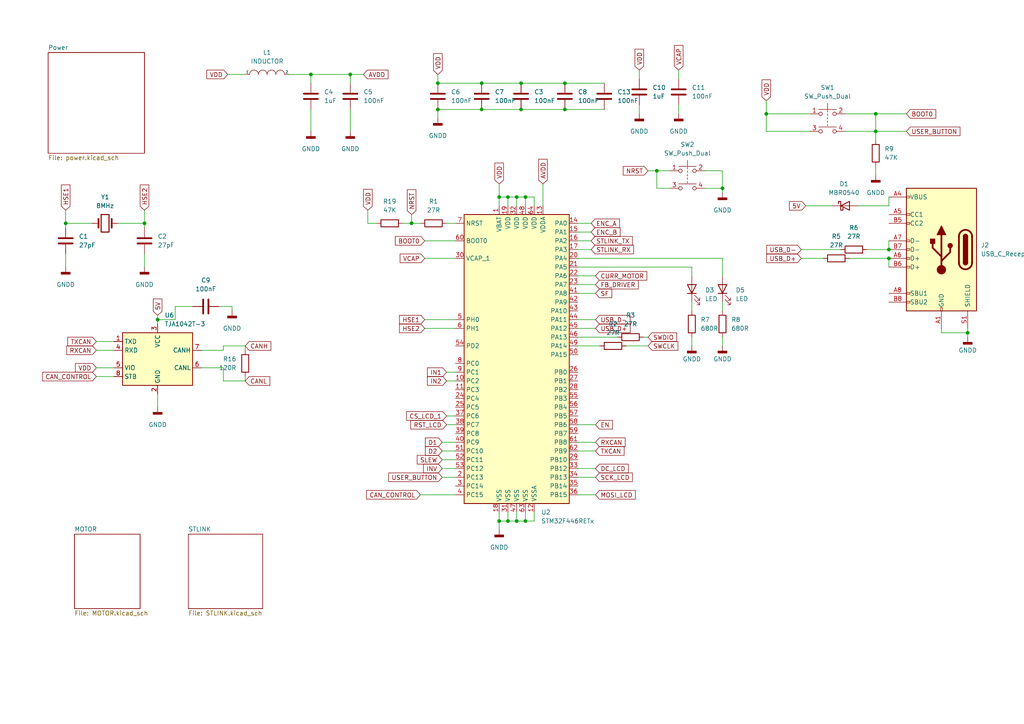
<source format=kicad_sch>
(kicad_sch (version 20211123) (generator eeschema)
  (paper "A4")
  (lib_symbols
    (symbol "Connector:USB_C_Receptacle_USB2.0" (pin_names (offset 1.016))
      (property "Reference" "J" (at -10.16 19.05 0))
      (property "Value" "USB_C_Receptacle_USB2.0" (at 19.05 19.05 0))
      (symbol "USB_C_Receptacle_USB2.0_0_0"
        (rectangle (start -0.254 -17.78) (end 0.254 -16.764))
        (rectangle (start 10.16 -14.986) (end 9.144 -15.494))
        (rectangle (start 10.16 -12.446) (end 9.144 -12.954))
        (rectangle (start 10.16 -4.826) (end 9.144 -5.334))
        (rectangle (start 10.16 -2.286) (end 9.144 -2.794))
        (rectangle (start 10.16 0.254) (end 9.144 -0.254))
        (rectangle (start 10.16 2.794) (end 9.144 2.286))
        (rectangle (start 10.16 7.874) (end 9.144 7.366))
        (rectangle (start 10.16 10.414) (end 9.144 9.906))
        (rectangle (start 10.16 15.494) (end 9.144 14.986))
      )
      (symbol "USB_C_Receptacle_USB2.0_0_1"
        (rectangle (start -10.16 17.78) (end 10.16 -17.78) (stroke (width 0.254)) (fill (type background)))
        (arc (start -8.89 -3.81) (mid -6.985 -5.715) (end -5.08 -3.81) (stroke (width 0.508)))
        (arc (start -7.62 -3.81) (mid -6.985 -4.445) (end -6.35 -3.81) (stroke (width 0.254)))
        (arc (start -7.62 -3.81) (mid -6.985 -4.445) (end -6.35 -3.81) (stroke (width 0.254)) (fill (type outline)))
        (rectangle (start -7.62 -3.81) (end -6.35 3.81) (stroke (width 0.254)) (fill (type outline)))
        (arc (start -6.35 3.81) (mid -6.985 4.445) (end -7.62 3.81) (stroke (width 0.254)))
        (arc (start -6.35 3.81) (mid -6.985 4.445) (end -7.62 3.81) (stroke (width 0.254)) (fill (type outline)))
        (arc (start -5.08 3.81) (mid -6.985 5.715) (end -8.89 3.81) (stroke (width 0.508)))
        (circle (center -2.54 1.143) (radius 0.635) (stroke (width 0.254)) (fill (type outline)))
        (circle (center 0 -5.842) (radius 1.27) (fill (type outline)))
        (polyline (pts (xy -8.89 -3.81) (xy -8.89 3.81)) (stroke (width 0.508)))
        (polyline (pts (xy -5.08 3.81) (xy -5.08 -3.81)) (stroke (width 0.508)))
        (polyline (pts (xy 0 -5.842) (xy 0 4.318)) (stroke (width 0.508)))
        (polyline (pts (xy 0 -3.302) (xy -2.54 -0.762) (xy -2.54 0.508)) (stroke (width 0.508)))
        (polyline (pts (xy 0 -2.032) (xy 2.54 0.508) (xy 2.54 1.778)) (stroke (width 0.508)))
        (polyline (pts (xy -1.27 4.318) (xy 0 6.858) (xy 1.27 4.318) (xy -1.27 4.318)) (stroke (width 0.254)) (fill (type outline)))
        (rectangle (start 1.905 1.778) (end 3.175 3.048) (stroke (width 0.254)) (fill (type outline)))
      )
      (symbol "USB_C_Receptacle_USB2.0_1_1"
        (pin passive line (at 0 -22.86 90) (length 5.08) (name "GND") (number "A1"))
        (pin passive line (at 0 -22.86 90) (length 5.08) hide (name "GND") (number "A12"))
        (pin passive line (at 15.24 15.24 180) (length 5.08) (name "VBUS") (number "A4"))
        (pin bidirectional line (at 15.24 10.16 180) (length 5.08) (name "CC1") (number "A5"))
        (pin bidirectional line (at 15.24 -2.54 180) (length 5.08) (name "D+") (number "A6"))
        (pin bidirectional line (at 15.24 2.54 180) (length 5.08) (name "D-") (number "A7"))
        (pin bidirectional line (at 15.24 -12.7 180) (length 5.08) (name "SBU1") (number "A8"))
        (pin passive line (at 15.24 15.24 180) (length 5.08) hide (name "VBUS") (number "A9"))
        (pin passive line (at 0 -22.86 90) (length 5.08) hide (name "GND") (number "B1"))
        (pin passive line (at 0 -22.86 90) (length 5.08) hide (name "GND") (number "B12"))
        (pin passive line (at 15.24 15.24 180) (length 5.08) hide (name "VBUS") (number "B4"))
        (pin bidirectional line (at 15.24 7.62 180) (length 5.08) (name "CC2") (number "B5"))
        (pin bidirectional line (at 15.24 -5.08 180) (length 5.08) (name "D+") (number "B6"))
        (pin bidirectional line (at 15.24 0 180) (length 5.08) (name "D-") (number "B7"))
        (pin bidirectional line (at 15.24 -15.24 180) (length 5.08) (name "SBU2") (number "B8"))
        (pin passive line (at 15.24 15.24 180) (length 5.08) hide (name "VBUS") (number "B9"))
        (pin passive line (at -7.62 -22.86 90) (length 5.08) (name "SHIELD") (number "S1"))
      )
    )
    (symbol "Device:C" (pin_numbers hide) (pin_names (offset 0.254))
      (property "Reference" "C" (at 0.635 2.54 0))
      (property "Value" "C" (at 0.635 -2.54 0))
      (symbol "C_0_1"
        (polyline (pts (xy -2.032 -0.762) (xy 2.032 -0.762)) (stroke (width 0.508)))
        (polyline (pts (xy -2.032 0.762) (xy 2.032 0.762)) (stroke (width 0.508)))
      )
      (symbol "C_1_1"
        (pin passive line (at 0 3.81 270) (length 2.794) (name "~") (number "1"))
        (pin passive line (at 0 -3.81 90) (length 2.794) (name "~") (number "2"))
      )
    )
    (symbol "Device:Crystal" (pin_numbers hide) (pin_names (offset 1.016) hide)
      (property "Reference" "Y" (at 0 3.81 0))
      (property "Value" "Crystal" (at 0 -3.81 0))
      (symbol "Crystal_0_1"
        (rectangle (start -1.143 2.54) (end 1.143 -2.54) (stroke (width 0.3048)))
        (polyline (pts (xy -2.54 0) (xy -1.905 0)))
        (polyline (pts (xy -1.905 -1.27) (xy -1.905 1.27)) (stroke (width 0.508)))
        (polyline (pts (xy 1.905 -1.27) (xy 1.905 1.27)) (stroke (width 0.508)))
        (polyline (pts (xy 2.54 0) (xy 1.905 0)))
      )
      (symbol "Crystal_1_1"
        (pin passive line (at -3.81 0 0) (length 1.27) (name "1") (number "1"))
        (pin passive line (at 3.81 0 180) (length 1.27) (name "2") (number "2"))
      )
    )
    (symbol "Device:LED" (pin_numbers hide) (pin_names (offset 1.016) hide)
      (property "Reference" "D" (at 0 2.54 0))
      (property "Value" "LED" (at 0 -2.54 0))
      (symbol "LED_0_1"
        (polyline (pts (xy -1.27 -1.27) (xy -1.27 1.27)) (stroke (width 0.254)))
        (polyline (pts (xy -1.27 0) (xy 1.27 0)))
        (polyline (pts (xy 1.27 -1.27) (xy 1.27 1.27) (xy -1.27 0) (xy 1.27 -1.27)) (stroke (width 0.254)))
        (polyline (pts (xy -3.048 -0.762) (xy -4.572 -2.286) (xy -3.81 -2.286) (xy -4.572 -2.286) (xy -4.572 -1.524)))
        (polyline (pts (xy -1.778 -0.762) (xy -3.302 -2.286) (xy -2.54 -2.286) (xy -3.302 -2.286) (xy -3.302 -1.524)))
      )
      (symbol "LED_1_1"
        (pin passive line (at -3.81 0 0) (length 2.54) (name "K") (number "1"))
        (pin passive line (at 3.81 0 180) (length 2.54) (name "A") (number "2"))
      )
    )
    (symbol "Device:R" (pin_numbers hide) (pin_names (offset 0))
      (property "Reference" "R" (at 2.032 0 90))
      (property "Value" "R" (at 0 0 90))
      (symbol "R_0_1"
        (rectangle (start -1.016 -2.54) (end 1.016 2.54) (stroke (width 0.254)))
      )
      (symbol "R_1_1"
        (pin passive line (at 0 3.81 270) (length 1.27) (name "~") (number "1"))
        (pin passive line (at 0 -3.81 90) (length 1.27) (name "~") (number "2"))
      )
    )
    (symbol "Diode:MBR0540" (pin_numbers hide) (pin_names (offset 1.016) hide)
      (property "Reference" "D" (at 0 2.54 0))
      (property "Value" "MBR0540" (at 0 -2.54 0))
      (symbol "MBR0540_0_1"
        (polyline (pts (xy 1.27 0) (xy -1.27 0)))
        (polyline (pts (xy 1.27 1.27) (xy 1.27 -1.27) (xy -1.27 0) (xy 1.27 1.27)) (stroke (width 0.254)))
        (polyline (pts (xy -1.905 0.635) (xy -1.905 1.27) (xy -1.27 1.27) (xy -1.27 -1.27) (xy -0.635 -1.27) (xy -0.635 -0.635)) (stroke (width 0.254)))
      )
      (symbol "MBR0540_1_1"
        (pin passive line (at -3.81 0 0) (length 2.54) (name "K") (number "1"))
        (pin passive line (at 3.81 0 180) (length 2.54) (name "A") (number "2"))
      )
    )
    (symbol "Interface_CAN_LIN:TJA1042T-3"
      (property "Reference" "U" (at -10.16 8.89 0))
      (property "Value" "TJA1042T-3" (at 1.27 8.89 0))
      (symbol "TJA1042T-3_0_1"
        (rectangle (start -10.16 7.62) (end 10.16 -7.62) (stroke (width 0.254)) (fill (type background)))
      )
      (symbol "TJA1042T-3_1_1"
        (pin input line (at -12.7 5.08 0) (length 2.54) (name "TXD") (number "1"))
        (pin power_in line (at 0 -10.16 90) (length 2.54) (name "GND") (number "2"))
        (pin power_in line (at 0 10.16 270) (length 2.54) (name "VCC") (number "3"))
        (pin output line (at -12.7 2.54 0) (length 2.54) (name "RXD") (number "4"))
        (pin power_in line (at -12.7 -2.54 0) (length 2.54) (name "VIO") (number "5"))
        (pin bidirectional line (at 12.7 -2.54 180) (length 2.54) (name "CANL") (number "6"))
        (pin bidirectional line (at 12.7 2.54 180) (length 2.54) (name "CANH") (number "7"))
        (pin input line (at -12.7 -5.08 0) (length 2.54) (name "STB") (number "8"))
      )
    )
    (symbol "MCU_ST_STM32F4:STM32F446RETx"
      (property "Reference" "U" (at -15.24 41.91 0))
      (property "Value" "STM32F446RETx" (at 10.16 41.91 0))
      (symbol "STM32F446RETx_0_1"
        (rectangle (start -15.24 -43.18) (end 15.24 40.64) (stroke (width 0.254)) (fill (type background)))
      )
      (symbol "STM32F446RETx_1_1"
        (pin power_in line (at -5.08 43.18 270) (length 2.54) (name "VBAT") (number "1"))
        (pin bidirectional line (at -17.78 -7.62 0) (length 2.54) (name "PC2") (number "10"))
        (pin bidirectional line (at -17.78 -10.16 0) (length 2.54) (name "PC3") (number "11"))
        (pin power_in line (at 5.08 -45.72 90) (length 2.54) (name "VSSA") (number "12"))
        (pin power_in line (at 7.62 43.18 270) (length 2.54) (name "VDDA") (number "13"))
        (pin bidirectional line (at 17.78 38.1 180) (length 2.54) (name "PA0") (number "14"))
        (pin bidirectional line (at 17.78 35.56 180) (length 2.54) (name "PA1") (number "15"))
        (pin bidirectional line (at 17.78 33.02 180) (length 2.54) (name "PA2") (number "16"))
        (pin bidirectional line (at 17.78 30.48 180) (length 2.54) (name "PA3") (number "17"))
        (pin power_in line (at -5.08 -45.72 90) (length 2.54) (name "VSS") (number "18"))
        (pin power_in line (at -2.54 43.18 270) (length 2.54) (name "VDD") (number "19"))
        (pin bidirectional line (at -17.78 -35.56 0) (length 2.54) (name "PC13") (number "2"))
        (pin bidirectional line (at 17.78 27.94 180) (length 2.54) (name "PA4") (number "20"))
        (pin bidirectional line (at 17.78 25.4 180) (length 2.54) (name "PA5") (number "21"))
        (pin bidirectional line (at 17.78 22.86 180) (length 2.54) (name "PA6") (number "22"))
        (pin bidirectional line (at 17.78 20.32 180) (length 2.54) (name "PA7") (number "23"))
        (pin bidirectional line (at -17.78 -12.7 0) (length 2.54) (name "PC4") (number "24"))
        (pin bidirectional line (at -17.78 -15.24 0) (length 2.54) (name "PC5") (number "25"))
        (pin bidirectional line (at 17.78 -5.08 180) (length 2.54) (name "PB0") (number "26"))
        (pin bidirectional line (at 17.78 -7.62 180) (length 2.54) (name "PB1") (number "27"))
        (pin bidirectional line (at 17.78 -10.16 180) (length 2.54) (name "PB2") (number "28"))
        (pin bidirectional line (at 17.78 -30.48 180) (length 2.54) (name "PB10") (number "29"))
        (pin bidirectional line (at -17.78 -38.1 0) (length 2.54) (name "PC14") (number "3"))
        (pin power_in line (at -17.78 27.94 0) (length 2.54) (name "VCAP_1") (number "30"))
        (pin power_in line (at -2.54 -45.72 90) (length 2.54) (name "VSS") (number "31"))
        (pin power_in line (at 0 43.18 270) (length 2.54) (name "VDD") (number "32"))
        (pin bidirectional line (at 17.78 -33.02 180) (length 2.54) (name "PB12") (number "33"))
        (pin bidirectional line (at 17.78 -35.56 180) (length 2.54) (name "PB13") (number "34"))
        (pin bidirectional line (at 17.78 -38.1 180) (length 2.54) (name "PB14") (number "35"))
        (pin bidirectional line (at 17.78 -40.64 180) (length 2.54) (name "PB15") (number "36"))
        (pin bidirectional line (at -17.78 -17.78 0) (length 2.54) (name "PC6") (number "37"))
        (pin bidirectional line (at -17.78 -20.32 0) (length 2.54) (name "PC7") (number "38"))
        (pin bidirectional line (at -17.78 -22.86 0) (length 2.54) (name "PC8") (number "39"))
        (pin bidirectional line (at -17.78 -40.64 0) (length 2.54) (name "PC15") (number "4"))
        (pin bidirectional line (at -17.78 -25.4 0) (length 2.54) (name "PC9") (number "40"))
        (pin bidirectional line (at 17.78 17.78 180) (length 2.54) (name "PA8") (number "41"))
        (pin bidirectional line (at 17.78 15.24 180) (length 2.54) (name "PA9") (number "42"))
        (pin bidirectional line (at 17.78 12.7 180) (length 2.54) (name "PA10") (number "43"))
        (pin bidirectional line (at 17.78 10.16 180) (length 2.54) (name "PA11") (number "44"))
        (pin bidirectional line (at 17.78 7.62 180) (length 2.54) (name "PA12") (number "45"))
        (pin bidirectional line (at 17.78 5.08 180) (length 2.54) (name "PA13") (number "46"))
        (pin power_in line (at 0 -45.72 90) (length 2.54) (name "VSS") (number "47"))
        (pin power_in line (at 2.54 43.18 270) (length 2.54) (name "VDD") (number "48"))
        (pin bidirectional line (at 17.78 2.54 180) (length 2.54) (name "PA14") (number "49"))
        (pin input line (at -17.78 10.16 0) (length 2.54) (name "PH0") (number "5"))
        (pin bidirectional line (at 17.78 0 180) (length 2.54) (name "PA15") (number "50"))
        (pin bidirectional line (at -17.78 -27.94 0) (length 2.54) (name "PC10") (number "51"))
        (pin bidirectional line (at -17.78 -30.48 0) (length 2.54) (name "PC11") (number "52"))
        (pin bidirectional line (at -17.78 -33.02 0) (length 2.54) (name "PC12") (number "53"))
        (pin bidirectional line (at -17.78 2.54 0) (length 2.54) (name "PD2") (number "54"))
        (pin bidirectional line (at 17.78 -12.7 180) (length 2.54) (name "PB3") (number "55"))
        (pin bidirectional line (at 17.78 -15.24 180) (length 2.54) (name "PB4") (number "56"))
        (pin bidirectional line (at 17.78 -17.78 180) (length 2.54) (name "PB5") (number "57"))
        (pin bidirectional line (at 17.78 -20.32 180) (length 2.54) (name "PB6") (number "58"))
        (pin bidirectional line (at 17.78 -22.86 180) (length 2.54) (name "PB7") (number "59"))
        (pin input line (at -17.78 7.62 0) (length 2.54) (name "PH1") (number "6"))
        (pin input line (at -17.78 33.02 0) (length 2.54) (name "BOOT0") (number "60"))
        (pin bidirectional line (at 17.78 -25.4 180) (length 2.54) (name "PB8") (number "61"))
        (pin bidirectional line (at 17.78 -27.94 180) (length 2.54) (name "PB9") (number "62"))
        (pin power_in line (at 2.54 -45.72 90) (length 2.54) (name "VSS") (number "63"))
        (pin power_in line (at 5.08 43.18 270) (length 2.54) (name "VDD") (number "64"))
        (pin input line (at -17.78 38.1 0) (length 2.54) (name "NRST") (number "7"))
        (pin bidirectional line (at -17.78 -2.54 0) (length 2.54) (name "PC0") (number "8"))
        (pin bidirectional line (at -17.78 -5.08 0) (length 2.54) (name "PC1") (number "9"))
      )
    )
    (symbol "Switch:SW_Push_Dual" (pin_names (offset 1.016) hide)
      (property "Reference" "SW" (at 1.27 2.54 0))
      (property "Value" "SW_Push_Dual" (at 0 -6.858 0))
      (symbol "SW_Push_Dual_0_1"
        (circle (center -2.032 -5.08) (radius 0.508))
        (circle (center -2.032 0) (radius 0.508))
        (polyline (pts (xy 0 -3.048) (xy 0 -3.556)))
        (polyline (pts (xy 0 -2.032) (xy 0 -2.54)))
        (polyline (pts (xy 0 -1.524) (xy 0 -1.016)))
        (polyline (pts (xy 0 -0.508) (xy 0 0)))
        (polyline (pts (xy 0 0.508) (xy 0 1.016)))
        (polyline (pts (xy 0 1.27) (xy 0 3.048)))
        (polyline (pts (xy 2.54 -3.81) (xy -2.54 -3.81)))
        (polyline (pts (xy 2.54 1.27) (xy -2.54 1.27)))
        (circle (center 2.032 -5.08) (radius 0.508))
        (circle (center 2.032 0) (radius 0.508))
        (pin passive line (at -5.08 0 0) (length 2.54) (name "1") (number "1"))
        (pin passive line (at 5.08 0 180) (length 2.54) (name "2") (number "2"))
        (pin passive line (at -5.08 -5.08 0) (length 2.54) (name "3") (number "3"))
        (pin passive line (at 5.08 -5.08 180) (length 2.54) (name "4") (number "4"))
      )
    )
    (symbol "power:GNDD" (power) (pin_names (offset 0))
      (property "Value" "GNDD" (at 0 -3.175 0))
      (symbol "GNDD_0_1"
        (rectangle (start -1.27 -1.524) (end 1.27 -2.032) (stroke (width 0.254)) (fill (type outline)))
        (polyline (pts (xy 0 0) (xy 0 -1.524)))
      )
      (symbol "GNDD_1_1"
        (pin power_in line (at 0 0 270) (length 0) hide (name "GNDD") (number "1"))
      )
    )
    (symbol "pspice:INDUCTOR" (pin_numbers hide) (pin_names (offset 0))
      (property "Reference" "L" (at 0 2.54 0))
      (property "Value" "INDUCTOR" (at 0 -1.27 0))
      (symbol "INDUCTOR_0_1"
        (arc (start -2.54 0) (mid -3.81 1.27) (end -5.08 0))
        (arc (start 0 0) (mid -1.27 1.27) (end -2.54 0))
        (arc (start 2.54 0) (mid 1.27 1.27) (end 0 0))
        (arc (start 5.08 0) (mid 3.81 1.27) (end 2.54 0))
      )
      (symbol "INDUCTOR_1_1"
        (pin input line (at -6.35 0 0) (length 1.27) (name "1") (number "1"))
        (pin input line (at 6.35 0 180) (length 1.27) (name "2") (number "2"))
      )
    )
  )
  (junction (at 254 33.02))
  (junction (at 151.13 24.13))
  (junction (at 152.4 151.13))
  (junction (at 127 24.13))
  (junction (at 90.17 21.59))
  (junction (at 163.83 24.13))
  (junction (at 257.81 72.39))
  (junction (at 139.7 31.75))
  (junction (at 257.81 74.93))
  (junction (at 139.7 24.13))
  (junction (at 190.5 49.53))
  (junction (at 147.32 57.15))
  (junction (at 101.6 21.59))
  (junction (at 222.25 33.02))
  (junction (at 19.05 64.77))
  (junction (at 149.86 57.15))
  (junction (at 163.83 31.75))
  (junction (at 127 31.75))
  (junction (at 254 38.1))
  (junction (at 144.78 151.13))
  (junction (at 280.67 96.52))
  (junction (at 45.72 92.71))
  (junction (at 209.55 54.61))
  (junction (at 151.13 31.75))
  (junction (at 152.4 57.15))
  (junction (at 41.91 64.77))
  (junction (at 144.78 57.15))
  (junction (at 147.32 151.13))
  (junction (at 149.86 151.13))
  (junction (at 119.38 64.77))
  (wire (pts (xy 167.64 72.39) (xy 171.45 72.39)))
  (wire (pts (xy 101.6 21.59) (xy 105.41 21.59)))
  (wire (pts (xy 41.91 73.66) (xy 41.91 77.47)))
  (wire (pts (xy 66.04 21.59) (xy 71.12 21.59)))
  (wire (pts (xy 167.64 100.33) (xy 173.99 100.33)))
  (wire (pts (xy 200.66 77.47) (xy 200.66 80.01)))
  (wire (pts (xy 64.77 101.6) (xy 64.77 100.33)))
  (wire (pts (xy 273.05 96.52) (xy 280.67 96.52)))
  (wire (pts (xy 167.64 85.09) (xy 172.72 85.09)))
  (wire (pts (xy 152.4 148.59) (xy 152.4 151.13)))
  (wire (pts (xy 154.94 148.59) (xy 154.94 151.13)))
  (wire (pts (xy 90.17 21.59) (xy 90.17 24.13)))
  (wire (pts (xy 83.82 21.59) (xy 90.17 21.59)))
  (wire (pts (xy 248.92 59.69) (xy 257.81 59.69)))
  (wire (pts (xy 209.55 49.53) (xy 209.55 54.61)))
  (wire (pts (xy 128.27 133.35) (xy 132.08 133.35)))
  (wire (pts (xy 147.32 57.15) (xy 149.86 57.15)))
  (wire (pts (xy 19.05 66.04) (xy 19.05 64.77)))
  (wire (pts (xy 167.64 130.81) (xy 172.72 130.81)))
  (wire (pts (xy 157.48 53.34) (xy 157.48 59.69)))
  (wire (pts (xy 34.29 64.77) (xy 41.91 64.77)))
  (wire (pts (xy 167.64 128.27) (xy 172.72 128.27)))
  (wire (pts (xy 41.91 64.77) (xy 41.91 66.04)))
  (wire (pts (xy 233.68 59.69) (xy 241.3 59.69)))
  (wire (pts (xy 280.67 96.52) (xy 280.67 97.79)))
  (wire (pts (xy 147.32 59.69) (xy 147.32 57.15)))
  (wire (pts (xy 167.64 69.85) (xy 171.45 69.85)))
  (wire (pts (xy 262.89 33.02) (xy 254 33.02)))
  (wire (pts (xy 64.77 106.68) (xy 64.77 110.49)))
  (wire (pts (xy 147.32 151.13) (xy 144.78 151.13)))
  (wire (pts (xy 167.64 80.01) (xy 172.72 80.01)))
  (wire (pts (xy 209.55 97.79) (xy 209.55 100.33)))
  (wire (pts (xy 144.78 59.69) (xy 144.78 57.15)))
  (wire (pts (xy 251.46 72.39) (xy 257.81 72.39)))
  (wire (pts (xy 144.78 148.59) (xy 144.78 151.13)))
  (wire (pts (xy 58.42 101.6) (xy 64.77 101.6)))
  (wire (pts (xy 71.12 100.33) (xy 71.12 101.6)))
  (wire (pts (xy 121.92 143.51) (xy 132.08 143.51)))
  (wire (pts (xy 245.11 33.02) (xy 254 33.02)))
  (wire (pts (xy 200.66 97.79) (xy 200.66 100.33)))
  (wire (pts (xy 123.19 69.85) (xy 132.08 69.85)))
  (wire (pts (xy 254 33.02) (xy 254 38.1)))
  (wire (pts (xy 119.38 64.77) (xy 121.92 64.77)))
  (wire (pts (xy 55.88 88.9) (xy 50.8 88.9)))
  (wire (pts (xy 257.81 59.69) (xy 257.81 57.15)))
  (wire (pts (xy 246.38 74.93) (xy 257.81 74.93)))
  (wire (pts (xy 151.13 24.13) (xy 163.83 24.13)))
  (wire (pts (xy 196.85 30.48) (xy 196.85 33.02)))
  (wire (pts (xy 167.64 82.55) (xy 172.72 82.55)))
  (wire (pts (xy 64.77 100.33) (xy 71.12 100.33)))
  (wire (pts (xy 19.05 60.96) (xy 19.05 64.77)))
  (wire (pts (xy 144.78 53.34) (xy 144.78 57.15)))
  (wire (pts (xy 119.38 62.23) (xy 119.38 64.77)))
  (wire (pts (xy 167.64 92.71) (xy 172.72 92.71)))
  (wire (pts (xy 209.55 54.61) (xy 209.55 55.88)))
  (wire (pts (xy 127 31.75) (xy 127 34.29)))
  (wire (pts (xy 101.6 21.59) (xy 90.17 21.59)))
  (wire (pts (xy 149.86 57.15) (xy 149.86 59.69)))
  (wire (pts (xy 167.64 95.25) (xy 172.72 95.25)))
  (wire (pts (xy 67.31 88.9) (xy 67.31 90.17)))
  (wire (pts (xy 152.4 57.15) (xy 152.4 59.69)))
  (wire (pts (xy 194.31 54.61) (xy 190.5 54.61)))
  (wire (pts (xy 27.94 106.68) (xy 33.02 106.68)))
  (wire (pts (xy 152.4 151.13) (xy 149.86 151.13)))
  (wire (pts (xy 129.54 120.65) (xy 132.08 120.65)))
  (wire (pts (xy 273.05 95.25) (xy 273.05 96.52)))
  (wire (pts (xy 90.17 31.75) (xy 90.17 38.1)))
  (wire (pts (xy 163.83 24.13) (xy 175.26 24.13)))
  (wire (pts (xy 196.85 20.32) (xy 196.85 22.86)))
  (wire (pts (xy 139.7 31.75) (xy 151.13 31.75)))
  (wire (pts (xy 129.54 123.19) (xy 132.08 123.19)))
  (wire (pts (xy 181.61 100.33) (xy 187.96 100.33)))
  (wire (pts (xy 101.6 24.13) (xy 101.6 21.59)))
  (wire (pts (xy 27.94 101.6) (xy 33.02 101.6)))
  (wire (pts (xy 63.5 88.9) (xy 67.31 88.9)))
  (wire (pts (xy 152.4 57.15) (xy 154.94 57.15)))
  (wire (pts (xy 123.19 95.25) (xy 132.08 95.25)))
  (wire (pts (xy 127 24.13) (xy 139.7 24.13)))
  (wire (pts (xy 257.81 74.93) (xy 257.81 77.47)))
  (wire (pts (xy 19.05 73.66) (xy 19.05 77.47)))
  (wire (pts (xy 280.67 95.25) (xy 280.67 96.52)))
  (wire (pts (xy 222.25 33.02) (xy 222.25 29.21)))
  (wire (pts (xy 172.72 135.89) (xy 167.64 135.89)))
  (wire (pts (xy 64.77 110.49) (xy 71.12 110.49)))
  (wire (pts (xy 116.84 64.77) (xy 119.38 64.77)))
  (wire (pts (xy 101.6 31.75) (xy 101.6 38.1)))
  (wire (pts (xy 129.54 107.95) (xy 132.08 107.95)))
  (wire (pts (xy 245.11 38.1) (xy 254 38.1)))
  (wire (pts (xy 163.83 31.75) (xy 175.26 31.75)))
  (wire (pts (xy 129.54 64.77) (xy 132.08 64.77)))
  (wire (pts (xy 139.7 24.13) (xy 151.13 24.13)))
  (wire (pts (xy 234.95 38.1) (xy 222.25 38.1)))
  (wire (pts (xy 154.94 57.15) (xy 154.94 59.69)))
  (wire (pts (xy 232.41 74.93) (xy 238.76 74.93)))
  (wire (pts (xy 128.27 135.89) (xy 132.08 135.89)))
  (wire (pts (xy 147.32 148.59) (xy 147.32 151.13)))
  (wire (pts (xy 222.25 38.1) (xy 222.25 33.02)))
  (wire (pts (xy 186.69 97.79) (xy 187.96 97.79)))
  (wire (pts (xy 58.42 106.68) (xy 64.77 106.68)))
  (wire (pts (xy 45.72 91.44) (xy 45.72 92.71)))
  (wire (pts (xy 209.55 74.93) (xy 209.55 80.01)))
  (wire (pts (xy 144.78 57.15) (xy 147.32 57.15)))
  (wire (pts (xy 106.68 64.77) (xy 106.68 60.96)))
  (wire (pts (xy 204.47 54.61) (xy 209.55 54.61)))
  (wire (pts (xy 71.12 109.22) (xy 71.12 110.49)))
  (wire (pts (xy 167.64 67.31) (xy 171.45 67.31)))
  (wire (pts (xy 149.86 57.15) (xy 152.4 57.15)))
  (wire (pts (xy 204.47 49.53) (xy 209.55 49.53)))
  (wire (pts (xy 123.19 92.71) (xy 132.08 92.71)))
  (wire (pts (xy 27.94 99.06) (xy 33.02 99.06)))
  (wire (pts (xy 190.5 54.61) (xy 190.5 49.53)))
  (wire (pts (xy 50.8 92.71) (xy 45.72 92.71)))
  (wire (pts (xy 167.64 64.77) (xy 171.45 64.77)))
  (wire (pts (xy 154.94 151.13) (xy 152.4 151.13)))
  (wire (pts (xy 109.22 64.77) (xy 106.68 64.77)))
  (wire (pts (xy 19.05 64.77) (xy 26.67 64.77)))
  (wire (pts (xy 257.81 69.85) (xy 257.81 72.39)))
  (wire (pts (xy 254 48.26) (xy 254 50.8)))
  (wire (pts (xy 129.54 110.49) (xy 132.08 110.49)))
  (wire (pts (xy 123.19 74.93) (xy 132.08 74.93)))
  (wire (pts (xy 254 38.1) (xy 254 40.64)))
  (wire (pts (xy 234.95 33.02) (xy 222.25 33.02)))
  (wire (pts (xy 45.72 114.3) (xy 45.72 118.11)))
  (wire (pts (xy 127 21.59) (xy 127 24.13)))
  (wire (pts (xy 41.91 60.96) (xy 41.91 64.77)))
  (wire (pts (xy 149.86 151.13) (xy 147.32 151.13)))
  (wire (pts (xy 172.72 138.43) (xy 167.64 138.43)))
  (wire (pts (xy 149.86 148.59) (xy 149.86 151.13)))
  (wire (pts (xy 27.94 109.22) (xy 33.02 109.22)))
  (wire (pts (xy 167.64 74.93) (xy 209.55 74.93)))
  (wire (pts (xy 144.78 151.13) (xy 144.78 153.67)))
  (wire (pts (xy 128.27 128.27) (xy 132.08 128.27)))
  (wire (pts (xy 185.42 20.32) (xy 185.42 22.86)))
  (wire (pts (xy 254 38.1) (xy 262.89 38.1)))
  (wire (pts (xy 209.55 87.63) (xy 209.55 90.17)))
  (wire (pts (xy 172.72 123.19) (xy 167.64 123.19)))
  (wire (pts (xy 200.66 87.63) (xy 200.66 90.17)))
  (wire (pts (xy 50.8 88.9) (xy 50.8 92.71)))
  (wire (pts (xy 185.42 30.48) (xy 185.42 33.02)))
  (wire (pts (xy 167.64 97.79) (xy 179.07 97.79)))
  (wire (pts (xy 187.96 49.53) (xy 190.5 49.53)))
  (wire (pts (xy 128.27 130.81) (xy 132.08 130.81)))
  (wire (pts (xy 128.27 138.43) (xy 132.08 138.43)))
  (wire (pts (xy 190.5 49.53) (xy 194.31 49.53)))
  (wire (pts (xy 151.13 31.75) (xy 163.83 31.75)))
  (wire (pts (xy 45.72 92.71) (xy 45.72 93.98)))
  (wire (pts (xy 167.64 77.47) (xy 200.66 77.47)))
  (wire (pts (xy 232.41 72.39) (xy 243.84 72.39)))
  (wire (pts (xy 172.72 143.51) (xy 167.64 143.51)))
  (wire (pts (xy 127 31.75) (xy 139.7 31.75)))
  (global_label "RXCAN" (shape input) (at 27.94 101.6 180) (property "Intersheet References" "${INTERSHEET_REFS}" (effects hide)))
  (global_label "HSE1" (shape input) (at 19.05 60.96 90) (property "Intersheet References" "${INTERSHEET_REFS}" (effects hide)))
  (global_label "D2" (shape input) (at 128.27 130.81 180) (property "Intersheet References" "${INTERSHEET_REFS}" (effects hide)))
  (global_label "NRST" (shape input) (at 119.38 62.23 90) (property "Intersheet References" "${INTERSHEET_REFS}" (effects hide)))
  (global_label "5V" (shape input) (at 45.72 91.44 90) (property "Intersheet References" "${INTERSHEET_REFS}" (effects hide)))
  (global_label "SWCLK" (shape input) (at 187.96 100.33 0) (property "Intersheet References" "${INTERSHEET_REFS}" (effects hide)))
  (global_label "SCK_LCD" (shape input) (at 172.72 138.43 0) (property "Intersheet References" "${INTERSHEET_REFS}" (effects hide)))
  (global_label "IN1" (shape input) (at 129.54 107.95 180) (property "Intersheet References" "${INTERSHEET_REFS}" (effects hide)))
  (global_label "VDD" (shape input) (at 106.68 60.96 90) (property "Intersheet References" "${INTERSHEET_REFS}" (effects hide)))
  (global_label "BOOT0" (shape input) (at 262.89 33.02 0) (property "Intersheet References" "${INTERSHEET_REFS}" (effects hide)))
  (global_label "SWDIO" (shape input) (at 187.96 97.79 0) (property "Intersheet References" "${INTERSHEET_REFS}" (effects hide)))
  (global_label "SF" (shape input) (at 172.72 85.09 0) (property "Intersheet References" "${INTERSHEET_REFS}" (effects hide)))
  (global_label "HSE1" (shape input) (at 123.19 92.71 180) (property "Intersheet References" "${INTERSHEET_REFS}" (effects hide)))
  (global_label "VCAP" (shape input) (at 196.85 20.32 90) (property "Intersheet References" "${INTERSHEET_REFS}" (effects hide)))
  (global_label "RST_LCD" (shape input) (at 129.54 123.19 180) (property "Intersheet References" "${INTERSHEET_REFS}" (effects hide)))
  (global_label "EN" (shape input) (at 172.72 123.19 0) (property "Intersheet References" "${INTERSHEET_REFS}" (effects hide)))
  (global_label "AVDD" (shape input) (at 157.48 53.34 90) (property "Intersheet References" "${INTERSHEET_REFS}" (effects hide)))
  (global_label "STLINK_RX" (shape input) (at 171.4791 72.3727 0) (property "Intersheet References" "${INTERSHEET_REFS}" (effects hide)))
  (global_label "VCAP" (shape input) (at 123.19 74.93 180) (property "Intersheet References" "${INTERSHEET_REFS}" (effects hide)))
  (global_label "HSE2" (shape input) (at 41.91 60.96 90) (property "Intersheet References" "${INTERSHEET_REFS}" (effects hide)))
  (global_label "D1" (shape input) (at 128.27 128.27 180) (property "Intersheet References" "${INTERSHEET_REFS}" (effects hide)))
  (global_label "ENC_A" (shape input) (at 171.45 64.77 0) (property "Intersheet References" "${INTERSHEET_REFS}" (effects hide)))
  (global_label "NRST" (shape input) (at 187.96 49.53 180) (property "Intersheet References" "${INTERSHEET_REFS}" (effects hide)))
  (global_label "STLINK_TX" (shape input) (at 171.45 69.85 0) (property "Intersheet References" "${INTERSHEET_REFS}" (effects hide)))
  (global_label "USER_BUTTON" (shape input) (at 128.27 138.43 180) (property "Intersheet References" "${INTERSHEET_REFS}" (effects hide)))
  (global_label "CAN_CONTROL" (shape input) (at 27.94 109.22 180) (property "Intersheet References" "${INTERSHEET_REFS}" (effects hide)))
  (global_label "VDD" (shape input) (at 127 21.59 90) (property "Intersheet References" "${INTERSHEET_REFS}" (effects hide)))
  (global_label "VDD" (shape input) (at 222.25 29.21 90) (property "Intersheet References" "${INTERSHEET_REFS}" (effects hide)))
  (global_label "BOOT0" (shape input) (at 123.19 69.85 180) (property "Intersheet References" "${INTERSHEET_REFS}" (effects hide)))
  (global_label "CURR_MOTOR" (shape input) (at 172.72 80.01 0) (property "Intersheet References" "${INTERSHEET_REFS}" (effects hide)))
  (global_label "VDD" (shape input) (at 27.94 106.68 180) (property "Intersheet References" "${INTERSHEET_REFS}" (effects hide)))
  (global_label "USER_BUTTON" (shape input) (at 262.89 38.1 0) (property "Intersheet References" "${INTERSHEET_REFS}" (effects hide)))
  (global_label "RXCAN" (shape input) (at 172.72 128.27 0) (property "Intersheet References" "${INTERSHEET_REFS}" (effects hide)))
  (global_label "VDD" (shape input) (at 185.42 20.32 90) (property "Intersheet References" "${INTERSHEET_REFS}" (effects hide)))
  (global_label "TXCAN" (shape input) (at 27.94 99.06 180) (property "Intersheet References" "${INTERSHEET_REFS}" (effects hide)))
  (global_label "CANL" (shape input) (at 71.12 110.49 0) (property "Intersheet References" "${INTERSHEET_REFS}" (effects hide)))
  (global_label "CS_LCD_1" (shape input) (at 129.54 120.65 180) (property "Intersheet References" "${INTERSHEET_REFS}" (effects hide)))
  (global_label "USB_D-" (shape input) (at 232.41 72.39 180) (property "Intersheet References" "${INTERSHEET_REFS}" (effects hide)))
  (global_label "HSE2" (shape input) (at 123.19 95.25 180) (property "Intersheet References" "${INTERSHEET_REFS}" (effects hide)))
  (global_label "CAN_CONTROL" (shape input) (at 121.92 143.51 180) (property "Intersheet References" "${INTERSHEET_REFS}" (effects hide)))
  (global_label "FB_DRIVER" (shape input) (at 172.72 82.55 0) (property "Intersheet References" "${INTERSHEET_REFS}" (effects hide)))
  (global_label "5V" (shape input) (at 233.68 59.69 180) (property "Intersheet References" "${INTERSHEET_REFS}" (effects hide)))
  (global_label "USB_D+" (shape input) (at 232.41 74.93 180) (property "Intersheet References" "${INTERSHEET_REFS}" (effects hide)))
  (global_label "TXCAN" (shape input) (at 172.72 130.81 0) (property "Intersheet References" "${INTERSHEET_REFS}" (effects hide)))
  (global_label "SLEW" (shape input) (at 128.27 133.35 180) (property "Intersheet References" "${INTERSHEET_REFS}" (effects hide)))
  (global_label "ENC_B" (shape input) (at 171.45 67.31 0) (property "Intersheet References" "${INTERSHEET_REFS}" (effects hide)))
  (global_label "CANH" (shape input) (at 71.12 100.33 0) (property "Intersheet References" "${INTERSHEET_REFS}" (effects hide)))
  (global_label "INV" (shape input) (at 128.27 135.89 180) (property "Intersheet References" "${INTERSHEET_REFS}" (effects hide)))
  (global_label "AVDD" (shape input) (at 105.41 21.59 0) (property "Intersheet References" "${INTERSHEET_REFS}" (effects hide)))
  (global_label "USB_D-" (shape input) (at 172.72 92.71 0) (property "Intersheet References" "${INTERSHEET_REFS}" (effects hide)))
  (global_label "MOSI_LCD" (shape input) (at 172.72 143.51 0) (property "Intersheet References" "${INTERSHEET_REFS}" (effects hide)))
  (global_label "IN2" (shape input) (at 129.54 110.49 180) (property "Intersheet References" "${INTERSHEET_REFS}" (effects hide)))
  (global_label "VDD" (shape input) (at 66.04 21.59 180) (property "Intersheet References" "${INTERSHEET_REFS}" (effects hide)))
  (global_label "VDD" (shape input) (at 144.78 53.34 90) (property "Intersheet References" "${INTERSHEET_REFS}" (effects hide)))
  (global_label "DC_LCD" (shape input) (at 172.72 135.89 0) (property "Intersheet References" "${INTERSHEET_REFS}" (effects hide)))
  (global_label "USB_D+" (shape input) (at 172.72 95.25 0) (property "Intersheet References" "${INTERSHEET_REFS}" (effects hide)))
  (symbol (lib_id "power:GNDD") (at 200.66 100.33 0) (unit 1)
    (property "Reference" "#PWR0108" (effects hide))
    (property "Value" "GNDD" (at 200.66 104.14 0))
  )
  (symbol (lib_id "Device:C") (at 127 27.94 0) (unit 1)
    (property "Reference" "C6" (at 130.81 26.6699 0) (effects (justify left)))
    (property "Value" "100nF" (at 130.81 29.2099 0) (effects (justify left)))
    (property "Footprint" "Capacitor_SMD:C_0603_1608Metric" (effects hide))
    (property "LCSC Part" "C14663" (effects hide))
  )
  (symbol (lib_id "power:GNDD") (at 127 34.29 0) (unit 1)
    (property "Reference" "#PWR0103" (effects hide))
    (property "Value" "GNDD" (at 127 39.37 0))
  )
  (symbol (lib_id "power:GNDD") (at 280.67 97.79 0) (unit 1)
    (property "Reference" "#PWR0114" (effects hide))
    (property "Value" "GNDD" (at 280.67 101.6 0))
  )
  (symbol (lib_id "power:GNDD") (at 101.6 38.1 0) (unit 1)
    (property "Reference" "#PWR0112" (effects hide))
    (property "Value" "GNDD" (at 101.6 43.18 0))
  )
  (symbol (lib_id "power:GNDD") (at 196.85 33.02 0) (unit 1)
    (property "Reference" "#PWR0102" (effects hide))
    (property "Value" "GNDD" (at 196.85 38.1 0))
  )
  (symbol (lib_id "Device:C") (at 90.17 27.94 0) (unit 1)
    (property "Reference" "C4" (at 93.98 26.6699 0) (effects (justify left)))
    (property "Value" "1uF" (at 93.98 29.2099 0) (effects (justify left)))
    (property "Footprint" "Capacitor_SMD:C_1206_3216Metric" (effects hide))
    (property "LCSC Part" "C1848" (effects hide))
  )
  (symbol (lib_id "power:GNDD") (at 45.72 118.11 0) (unit 1)
    (property "Reference" "#PWR0130" (effects hide))
    (property "Value" "GNDD" (at 45.72 123.19 0))
  )
  (symbol (lib_id "MCU_ST_STM32F4:STM32F446RETx") (at 149.86 102.87 0) (unit 1)
    (property "Reference" "U2" (at 156.9594 148.59 0) (effects (justify left)))
    (property "Value" "STM32F446RETx" (at 156.9594 151.13 0) (effects (justify left)))
    (property "Footprint" "Package_QFP:LQFP-64_10x10mm_P0.5mm" (effects hide))
    (property "Datasheet" "http://www.st.com/st-web-ui/static/active/en/resource/technical/document/datasheet/DM00141306.pdf" (effects hide))
  )
  (symbol (lib_id "Device:R") (at 254 44.45 0) (unit 1)
    (property "Reference" "R9" (at 256.54 43.1799 0) (effects (justify left)))
    (property "Value" "47K" (at 256.54 45.7199 0) (effects (justify left)))
    (property "Footprint" "Resistor_SMD:R_0603_1608Metric" (effects hide))
    (property "LCSC Part" "C25819" (effects hide))
  )
  (symbol (lib_id "Device:R") (at 247.65 72.39 90) (unit 1)
    (property "Reference" "R6" (at 247.65 66.04 90))
    (property "Value" "27R" (at 247.65 68.58 90))
    (property "Footprint" "Resistor_SMD:R_0603_1608Metric" (effects hide))
    (property "LCSC Part" "C25190" (effects hide))
  )
  (symbol (lib_id "power:GNDD") (at 67.31 90.17 0) (unit 1)
    (property "Reference" "#PWR0132" (effects hide))
    (property "Value" "GNDD" (at 67.31 95.25 0))
  )
  (symbol (lib_id "Device:LED") (at 200.66 83.82 90) (unit 1)
    (property "Reference" "D3" (at 204.47 84.1374 90) (effects (justify right)))
    (property "Value" "LED" (at 204.47 86.6774 90) (effects (justify right)))
    (property "Footprint" "LED_SMD:LED_0603_1608Metric" (effects hide))
  )
  (symbol (lib_id "Device:C") (at 41.91 69.85 0) (unit 1)
    (property "Reference" "C2" (at 45.72 68.5799 0) (effects (justify left)))
    (property "Value" "27pF" (at 45.72 71.1199 0) (effects (justify left)))
    (property "Footprint" "Capacitor_SMD:C_0603_1608Metric" (effects hide))
    (property "LCSC Part" "C1653" (effects hide))
  )
  (symbol (lib_id "Device:C") (at 59.69 88.9 90) (unit 1)
    (property "Reference" "C9" (at 59.69 81.28 90))
    (property "Value" "100nF" (at 59.69 83.82 90))
    (property "Footprint" "Capacitor_SMD:C_0603_1608Metric" (effects hide))
    (property "LCSC Part" "C14663" (effects hide))
  )
  (symbol (lib_id "power:GNDD") (at 41.91 77.47 0) (unit 1)
    (property "Reference" "#PWR0117" (effects hide))
    (property "Value" "GNDD" (at 41.91 82.55 0))
  )
  (symbol (lib_id "Device:LED") (at 209.55 83.82 90) (unit 1)
    (property "Reference" "D5" (at 213.36 84.1374 90) (effects (justify right)))
    (property "Value" "LED" (at 213.36 86.6774 90) (effects (justify right)))
    (property "Footprint" "LED_SMD:LED_0603_1608Metric" (effects hide))
  )
  (symbol (lib_id "Device:R") (at 242.57 74.93 90) (unit 1)
    (property "Reference" "R5" (at 242.57 68.58 90))
    (property "Value" "27R" (at 242.57 71.12 90))
    (property "Footprint" "Resistor_SMD:R_0603_1608Metric" (effects hide))
    (property "LCSC Part" "C25190" (effects hide))
  )
  (symbol (lib_id "Device:C") (at 175.26 27.94 0) (unit 1)
    (property "Reference" "C13" (at 179.07 26.6699 0) (effects (justify left)))
    (property "Value" "100nF" (at 179.07 29.2099 0) (effects (justify left)))
    (property "Footprint" "Capacitor_SMD:C_0603_1608Metric" (effects hide))
    (property "LCSC Part" "C14663" (effects hide))
  )
  (symbol (lib_id "Diode:MBR0540") (at 245.11 59.69 0) (unit 1)
    (property "Reference" "D1" (at 244.7925 53.34 0))
    (property "Value" "MBR0540" (at 244.7925 55.88 0))
    (property "Footprint" "Diode_SMD:D_SOD-123" (effects hide))
    (property "Datasheet" "http://www.mccsemi.com/up_pdf/MBR0520~MBR0580(SOD123).pdf" (effects hide))
    (property "LCSC Part" "C699113" (effects hide))
  )
  (symbol (lib_id "Device:R") (at 200.66 93.98 180) (unit 1)
    (property "Reference" "R7" (at 203.2 92.7099 0) (effects (justify right)))
    (property "Value" "680R" (at 203.2 95.2499 0) (effects (justify right)))
    (property "Footprint" "Resistor_SMD:R_0603_1608Metric" (effects hide))
    (property "LCSC Part" "C25190" (effects hide))
  )
  (symbol (lib_id "Device:C") (at 19.05 69.85 0) (unit 1)
    (property "Reference" "C1" (at 22.86 68.5799 0) (effects (justify left)))
    (property "Value" "27pF" (at 22.86 71.1199 0) (effects (justify left)))
    (property "Footprint" "Capacitor_SMD:C_0603_1608Metric" (effects hide))
    (property "LCSC Part" "C1653" (effects hide))
  )
  (symbol (lib_id "power:GNDD") (at 19.05 77.47 0) (unit 1)
    (property "Reference" "#PWR0119" (effects hide))
    (property "Value" "GNDD" (at 19.05 82.55 0))
  )
  (symbol (lib_id "Connector:USB_C_Receptacle_USB2.0") (at 273.05 72.39 0) (mirror y) (unit 1)
    (property "Reference" "J2" (at 284.48 71.1199 0) (effects (justify right)))
    (property "Value" "USB_C_Receptacle_USB2.0" (at 284.48 73.6599 0) (effects (justify right)))
    (property "Footprint" "Connector_USB:USB_C_Receptacle_HRO_TYPE-C-31-M-12" (effects hide))
    (property "Datasheet" "https://www.usb.org/sites/default/files/documents/usb_type-c.zip" (effects hide))
  )
  (symbol (lib_id "Device:R") (at 209.55 93.98 180) (unit 1)
    (property "Reference" "R8" (at 212.09 92.7099 0) (effects (justify right)))
    (property "Value" "680R" (at 212.09 95.2499 0) (effects (justify right)))
    (property "Footprint" "Resistor_SMD:R_0603_1608Metric" (effects hide))
    (property "LCSC Part" "C25190" (effects hide))
  )
  (symbol (lib_id "Device:R") (at 177.8 100.33 270) (unit 1)
    (property "Reference" "R2" (at 177.8 93.98 90))
    (property "Value" "27R" (at 177.8 96.52 90))
    (property "Footprint" "Resistor_SMD:R_0603_1608Metric" (effects hide))
    (property "LCSC Part" "C25819" (effects hide))
  )
  (symbol (lib_id "pspice:INDUCTOR") (at 77.47 21.59 0) (unit 1)
    (property "Reference" "L1" (at 77.47 15.24 0))
    (property "Value" "INDUCTOR" (at 77.47 17.78 0))
    (property "Footprint" "Inductor_SMD:L_0603_1608Metric" (effects hide))
    (property "LCSC Part" "C2907080" (effects hide))
  )
  (symbol (lib_id "power:GNDD") (at 254 50.8 0) (unit 1)
    (property "Reference" "#PWR0116" (effects hide))
    (property "Value" "GNDD" (at 254 55.88 0))
  )
  (symbol (lib_id "Device:R") (at 113.03 64.77 270) (unit 1)
    (property "Reference" "R19" (at 113.03 58.42 90))
    (property "Value" "47K" (at 113.03 60.96 90))
    (property "Footprint" "Resistor_SMD:R_0603_1608Metric" (effects hide))
    (property "LCSC Part" "C25819" (effects hide))
  )
  (symbol (lib_id "power:GNDD") (at 185.42 33.02 0) (unit 1)
    (property "Reference" "#PWR0101" (effects hide))
    (property "Value" "GNDD" (at 185.42 38.1 0))
  )
  (symbol (lib_id "power:GNDD") (at 209.55 100.33 0) (unit 1)
    (property "Reference" "#PWR0106" (effects hide))
    (property "Value" "GNDD" (at 209.55 104.14 0))
  )
  (symbol (lib_id "Interface_CAN_LIN:TJA1042T-3") (at 45.72 104.14 0) (unit 1)
    (property "Reference" "U6" (at 47.7394 91.44 0) (effects (justify left)))
    (property "Value" "TJA1042T-3" (at 47.7394 93.98 0) (effects (justify left)))
    (property "Footprint" "Package_SO:SOIC-8_3.9x4.9mm_P1.27mm" (effects hide))
    (property "Datasheet" "http://www.nxp.com/documents/data_sheet/TJA1042.pdf" (effects hide))
  )
  (symbol (lib_id "Device:C") (at 163.83 27.94 0) (unit 1)
    (property "Reference" "C8" (at 167.64 26.6699 0) (effects (justify left)))
    (property "Value" "100nF" (at 167.64 29.2099 0) (effects (justify left)))
    (property "Footprint" "Capacitor_SMD:C_0603_1608Metric" (effects hide))
    (property "LCSC Part" "C14663" (effects hide))
  )
  (symbol (lib_id "Device:Crystal") (at 30.48 64.77 0) (unit 1)
    (property "Reference" "Y1" (at 30.48 57.15 0))
    (property "Value" "8MHz" (at 30.48 59.69 0))
    (property "Footprint" "Crystal:Crystal_SMD_3225-4Pin_3.2x2.5mm" (effects hide))
    (property "LCSC Part" "C518154" (effects hide))
  )
  (symbol (lib_id "Device:C") (at 196.85 26.67 0) (unit 1)
    (property "Reference" "C11" (at 200.66 25.3999 0) (effects (justify left)))
    (property "Value" "100nF" (at 200.66 27.9399 0) (effects (justify left)))
    (property "Footprint" "Capacitor_SMD:C_0603_1608Metric" (effects hide))
    (property "LCSC Part" "C14663" (effects hide))
  )
  (symbol (lib_id "Device:C") (at 151.13 27.94 0) (unit 1)
    (property "Reference" "C3" (at 154.94 26.6699 0) (effects (justify left)))
    (property "Value" "100nF" (at 154.94 29.2099 0) (effects (justify left)))
    (property "Footprint" "Capacitor_SMD:C_0603_1608Metric" (effects hide))
    (property "LCSC Part" "C14663" (effects hide))
  )
  (symbol (lib_id "Device:C") (at 101.6 27.94 0) (unit 1)
    (property "Reference" "C5" (at 105.41 26.6699 0) (effects (justify left)))
    (property "Value" "100nF" (at 105.41 29.2099 0) (effects (justify left)))
    (property "Footprint" "Capacitor_SMD:C_0603_1608Metric" (effects hide))
    (property "LCSC Part" "C14663" (effects hide))
  )
  (symbol (lib_id "Device:R") (at 125.73 64.77 270) (unit 1)
    (property "Reference" "R1" (at 125.73 58.42 90))
    (property "Value" "27R" (at 125.73 60.96 90))
    (property "Footprint" "Resistor_SMD:R_0603_1608Metric" (effects hide))
    (property "LCSC Part" "C25819" (effects hide))
  )
  (symbol (lib_id "Device:R") (at 182.88 97.79 270) (unit 1)
    (property "Reference" "R3" (at 182.88 91.44 90))
    (property "Value" "27R" (at 182.88 93.98 90))
    (property "Footprint" "Resistor_SMD:R_0603_1608Metric" (effects hide))
    (property "LCSC Part" "C25819" (effects hide))
  )
  (symbol (lib_id "power:GNDD") (at 209.55 55.88 0) (unit 1)
    (property "Reference" "#PWR0139" (effects hide))
    (property "Value" "GNDD" (at 209.55 60.96 0))
  )
  (symbol (lib_id "Switch:SW_Push_Dual") (at 240.03 33.02 0) (unit 1)
    (property "Reference" "SW1" (at 240.03 25.4 0))
    (property "Value" "SW_Push_Dual" (at 240.03 27.94 0))
    (property "Footprint" "Button_Switch_SMD:SW_SPST_TL3342" (effects hide))
  )
  (symbol (lib_id "Switch:SW_Push_Dual") (at 199.39 49.53 0) (unit 1)
    (property "Reference" "SW2" (at 199.39 41.91 0))
    (property "Value" "SW_Push_Dual" (at 199.39 44.45 0))
    (property "Footprint" "Button_Switch_SMD:SW_SPST_TL3342" (effects hide))
  )
  (symbol (lib_id "power:GNDD") (at 90.17 38.1 0) (unit 1)
    (property "Reference" "#PWR0113" (effects hide))
    (property "Value" "GNDD" (at 90.17 43.18 0))
  )
  (symbol (lib_id "Device:C") (at 185.42 26.67 0) (unit 1)
    (property "Reference" "C10" (at 189.23 25.3999 0) (effects (justify left)))
    (property "Value" "1uF" (at 189.23 27.9399 0) (effects (justify left)))
    (property "Footprint" "Capacitor_SMD:C_1206_3216Metric" (effects hide))
    (property "LCSC Part" "C1848" (effects hide))
  )
  (symbol (lib_id "power:GNDD") (at 144.78 153.67 0) (unit 1)
    (property "Reference" "#PWR0105" (effects hide))
    (property "Value" "GNDD" (at 144.78 158.75 0))
  )
  (symbol (lib_id "Device:R") (at 71.12 105.41 0) (mirror x) (unit 1)
    (property "Reference" "R16" (at 68.58 104.1399 0) (effects (justify right)))
    (property "Value" "120R" (at 68.58 106.6799 0) (effects (justify right)))
    (property "Footprint" "Resistor_SMD:R_0603_1608Metric" (effects hide))
  )
  (symbol (lib_id "Device:C") (at 139.7 27.94 0) (unit 1)
    (property "Reference" "C7" (at 143.51 26.6699 0) (effects (justify left)))
    (property "Value" "100nF" (at 143.51 29.2099 0) (effects (justify left)))
    (property "Footprint" "Capacitor_SMD:C_0603_1608Metric" (effects hide))
    (property "LCSC Part" "C14663" (effects hide))
  )
  (sheet (at 54.61 154.94) (size 21.59 21.59) (stroke (width 0.1524))
    (property "Sheet name" "STLINK" (at 54.61 154.2284 0) (effects (justify left bottom)))
    (property "Sheet file" "STLINK.kicad_sch" (at 54.61 177.1146 0) (effects (justify left top)))
  )
  (sheet (at 21.59 154.94) (size 19.05 21.59) (stroke (width 0.1524))
    (property "Sheet name" "MOTOR" (at 21.59 154.2284 0) (effects (justify left bottom)))
    (property "Sheet file" "MOTOR.kicad_sch" (at 21.59 177.1146 0) (effects (justify left top)))
  )
  (sheet (at 13.97 15.24) (size 27.94 29.21) (stroke (width 0.1524))
    (property "Sheet name" "Power" (at 13.97 14.5284 0) (effects (justify left bottom)))
    (property "Sheet file" "power.kicad_sch" (at 13.97 45.0346 0) (effects (justify left top)))
  )
)
</source>
